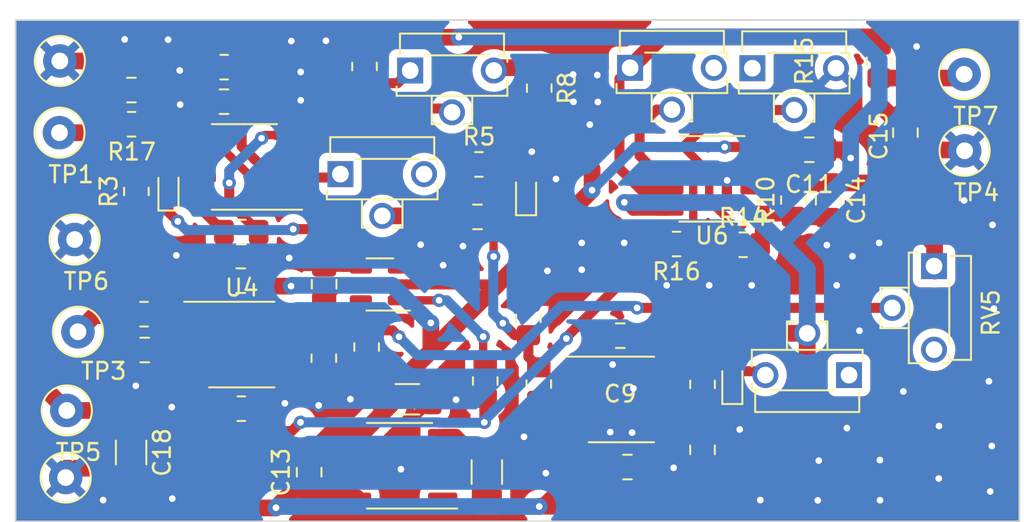
<source format=kicad_pcb>
(kicad_pcb (version 20221018) (generator pcbnew)
  (layers (0 "F.Cu" signal) (31 "B.Cu" signal) (34 "B.Paste" user) (35 "F.Paste" user) (36 "B.SilkS" user "B.Silkscreen") (37 "F.SilkS" user "F.Silkscreen") (38 "B.Mask" user) (39 "F.Mask" user) (44 "Edge.Cuts" user))
  (net 0 "")
  (net 1 "Net-(U2A--)")
  (net 2 "Net-(U2B-+)")
  (net 3 "VCC")
  (net 4 "Net-(D2-K)")
  (net 5 "Net-(C3-Pad2)")
  (net 6 "Net-(U1-CAP+)")
  (net 7 "Net-(U1-CAP-)")
  (net 8 "GND")
  (net 9 "VEE")
  (net 10 "Net-(D3-K)")
  (net 11 "Net-(U3-CV)")
  (net 12 "Net-(U6A--)")
  (net 13 "Net-(C14-Pad2)")
  (net 14 "OUT")
  (net 15 "IN_A")
  (net 16 "IN_B")
  (net 17 "Net-(D1-A)")
  (net 18 "Net-(D3-A)")
  (net 19 "Net-(U3-Q)")
  (net 20 "Net-(R7-Pad2)")
  (net 21 "Net-(R8-Pad1)")
  (net 22 "Net-(U5-NC)")
  (net 23 "U_B'")
  (net 24 "Net-(R11-Pad1)")
  (net 25 "Net-(U4B--)")
  (net 26 "Net-(U5-COM)")
  (net 27 "Net-(U6B-+)")
  (net 28 "Net-(R15-Pad2)")
  (net 29 "Net-(U6B--)")
  (net 32 "Net-(U2A-+)")
  (net 39 "PWM")
  (net 40 "Net-(R17-Pad2)")
  (net 41 "Net-(R18-Pad2)")
  (footprint "Diode_SMD:D_SOD-523" (layer "F.Cu") (at 140.134035 115.139303 90)
    (fp_text reference "D1" hide)
    (fp_text value "1N4148W")
  )
  (footprint "Resistor_SMD:R_0805_2012Metric_Pad1.20x1.40mm_HandSolder" (layer "F.Cu") (at 172.060803 126.80514 -90)
    (fp_text reference "R6" hide)
    (fp_text value "1k")
  )
  (footprint "Resistor_SMD:R_0805_2012Metric_Pad1.20x1.40mm_HandSolder" (layer "F.Cu") (at 143.463458 107.821195 180)
    (fp_text reference "R1" hide)
    (fp_text value "68k")
  )
  (footprint "Resistor_SMD:R_0805_2012Metric_Pad1.20x1.40mm_HandSolder" (layer "F.Cu") (at 138.217202 115.259796 90)
    (fp_text reference "R3")
    (fp_text value "10k")
  )
  (footprint "Resistor_SMD:R_0805_2012Metric_Pad1.20x1.40mm_HandSolder" (layer "F.Cu") (at 137.929467 111.236224 180)
    (fp_text reference "R17")
    (fp_text value "1k")
  )
  (footprint "Resistor_SMD:R_0805_2012Metric_Pad1.20x1.40mm_HandSolder" (layer "F.Cu") (at 149.423067 125.237403 -90)
    (fp_text reference "R11" hide)
    (fp_text value "2.2k")
  )
  (footprint "Capacitor_SMD:C_1206_3216Metric" (layer "F.Cu") (at 137.901486 130.878436 -90)
    (fp_text reference "C18")
    (fp_text value "100uF")
  )
  (footprint "Potentiometer_THT:Potentiometer_Runtron_RM-063_Horizontal" (layer "F.Cu") (at 175.038766 107.88501)
    (fp_text reference "RV4" hide)
    (fp_text value "10k")
  )
  (footprint "Diode_SMD:D_SOD-523" (layer "F.Cu") (at 173.841871 126.716969 90)
    (fp_text reference "D3" hide)
    (fp_text value "1N4148W" hide)
  )
  (footprint "Capacitor_SMD:C_1206_3216Metric" (layer "F.Cu") (at 159.167799 132.050928 90)
    (fp_text reference "C4" hide)
    (fp_text value "10uF")
  )
  (footprint "Resistor_SMD:R_0805_2012Metric_Pad1.20x1.40mm_HandSolder" (layer "F.Cu") (at 158.69633 113.640164)
    (fp_text reference "R5")
    (fp_text value "12k")
  )
  (footprint "Capacitor_SMD:C_0805_2012Metric_Pad1.18x1.45mm_HandSolder" (layer "F.Cu") (at 158.609422 116.781456 180)
    (fp_text reference "C3" hide)
    (fp_text value "330nF" hide)
  )
  (footprint "Potentiometer_THT:Potentiometer_Runtron_RM-063_Horizontal" (layer "F.Cu") (at 167.730755 107.860804)
    (fp_text reference "RV6" hide)
    (fp_text value "10k")
  )
  (footprint "Capacitor_SMD:C_1206_3216Metric" (layer "F.Cu") (at 154.416806 127.693249 180)
    (fp_text reference "C5" hide)
    (fp_text value "10uF")
  )
  (footprint "Capacitor_SMD:C_0805_2012Metric_Pad1.18x1.45mm_HandSolder" (layer "F.Cu") (at 167.574579 131.749256 180)
    (fp_text reference "C7" hide)
    (fp_text value "100pF")
  )
  (footprint "Capacitor_SMD:C_0805_2012Metric_Pad1.18x1.45mm_HandSolder" (layer "F.Cu") (at 137.919672 109.191229 180)
    (fp_text reference "C16" hide)
    (fp_text value "10n")
  )
  (footprint "Resistor_SMD:R_0805_2012Metric_Pad1.20x1.40mm_HandSolder" (layer "F.Cu") (at 162.29941 109.077618 -90)
    (fp_text reference "R8")
    (fp_text value "1k")
  )
  (footprint "Package_SO:SO-8_3.9x4.9mm_P1.27mm" (layer "F.Cu") (at 144.519411 124.42067)
    (fp_text reference "U4")
    (fp_text value "LM358")
  )
  (footprint "Capacitor_SMD:C_0805_2012Metric_Pad1.18x1.45mm_HandSolder" (layer "F.Cu") (at 184.190056 111.738512 90)
    (fp_text reference "C15")
    (fp_text value "100nF")
  )
  (footprint "Potentiometer_THT:Potentiometer_Runtron_RM-063_Horizontal" (layer "F.Cu") (at 150.413255 114.220721)
    (fp_text reference "RV1" hide)
    (fp_text value "10k")
  )
  (footprint "TestPoint:TestPoint_Loop_D1.80mm_Drill1.0mm_Beaded" (layer "F.Cu") (at 134.525658 118.135964)
    (fp_text reference "TP6")
    (fp_text value "TestPoint")
  )
  (footprint "Package_SO:SO-8_3.9x4.9mm_P1.27mm" (layer "F.Cu") (at 167.212645 127.703838)
    (fp_text reference "U3" hide)
    (fp_text value "NE555P")
  )
  (footprint "Capacitor_SMD:C_0805_2012Metric_Pad1.18x1.45mm_HandSolder" (layer "F.Cu") (at 172.060148 130.717038 -90)
    (fp_text reference "C6" hide)
    (fp_text value "100nF")
  )
  (footprint "Potentiometer_THT:Potentiometer_Runtron_RM-063_Horizontal" (layer "F.Cu") (at 154.583841 108.023393)
    (fp_text reference "RV3" hide)
    (fp_text value "1k")
  )
  (footprint "Resistor_SMD:R_0805_2012Metric_Pad1.20x1.40mm_HandSolder" (layer "F.Cu") (at 159.070362 126.603221 -90)
    (fp_text reference "R9" hide)
    (fp_text value "1k")
  )
  (footprint "Package_SO:SO-8_3.9x4.9mm_P1.27mm" (layer "F.Cu") (at 172.623809 114.504409 180)
    (fp_text reference "U6")
    (fp_text value "LM358")
  )
  (footprint "Resistor_SMD:R_0805_2012Metric_Pad1.20x1.40mm_HandSolder" (layer "F.Cu") (at 138.672675 122.602718 180)
    (fp_text reference "R18" hide)
    (fp_text value "1k")
  )
  (footprint "Capacitor_SMD:C_0805_2012Metric_Pad1.18x1.45mm_HandSolder" (layer "F.Cu") (at 179.573238 115.787758 -90)
    (fp_text reference "C14")
    (fp_text value "330nF")
  )
  (footprint "Resistor_SMD:R_0805_2012Metric_Pad1.20x1.40mm_HandSolder" (layer "F.Cu") (at 182.619411 107.472694 90)
    (fp_text reference "R15")
    (fp_text value "1k")
  )
  (footprint "Diode_SMD:D_SOD-523" (layer "F.Cu") (at 161.511496 115.42334 90)
    (fp_text reference "D2" hide)
    (fp_text value "2.7V")
  )
  (footprint "Package_TO_SOT_SMD:SOT-23-6" (layer "F.Cu") (at 152.773593 120.823659 180)
    (fp_text reference "U5" hide)
    (fp_text value "DG467")
  )
  (footprint "TestPoint:TestPoint_Loop_D1.80mm_Drill1.0mm_Beaded" (layer "F.Cu") (at 133.61737 111.742764)
    (fp_text reference "TP1")
    (fp_text value "TestPoint")
  )
  (footprint "Capacitor_SMD:C_0805_2012Metric_Pad1.18x1.45mm_HandSolder" (layer "F.Cu") (at 148.543491 132.059203 90)
    (fp_text reference "C13")
    (fp_text value "10n")
  )
  (footprint "TestPoint:TestPoint_Loop_D1.80mm_Drill1.0mm_Beaded" (layer "F.Cu") (at 133.990728 132.375725)
    (fp_text reference "TP8" hide)
    (fp_text value "TestPoint" hide)
  )
  (footprint "Resistor_SMD:R_0805_2012Metric_Pad1.20x1.40mm_HandSolder" (layer "F.Cu") (at 151.980701 124.568607 -90)
    (fp_text reference "R13" hide)
    (fp_text value "2.2k")
  )
  (footprint "Capacitor_SMD:C_0805_2012Metric_Pad1.18x1.45mm_HandSolder" (layer "F.Cu") (at 143.456004 109.887202 180)
    (fp_text reference "C1" hide)
    (fp_text value "10nF")
  )
  (footprint "Capacitor_SMD:C_0805_2012Metric_Pad1.18x1.45mm_HandSolder" (layer "F.Cu") (at 178.441688 112.763455 180)
    (fp_text reference "C11")
    (fp_text value "10n")
  )
  (footprint "Resistor_SMD:R_0805_2012Metric_Pad1.20x1.40mm_HandSolder" (layer "F.Cu") (at 174.488779 118.448655)
    (fp_text reference "R14")
    (fp_text value "1k")
  )
  (footprint "Resistor_SMD:R_0805_2012Metric_Pad1.20x1.40mm_HandSolder" (layer "F.Cu") (at 144.48923 128.256162 180)
    (fp_text reference "R12" hide)
    (fp_text value "2.2k")
  )
  (footprint "Package_SO:SO-8_3.9x4.9mm_P1.27mm" (layer "F.Cu") (at 153.952358 131.671563 180)
    (fp_text reference "U1" hide)
    (fp_text value "LMC7660")
  )
  (footprint "Resistor_SMD:R_0805_2012Metric_Pad1.20x1.40mm_HandSolder" (layer "F.Cu") (at 177.492386 115.773771 90)
    (fp_text reference "R10")
    (fp_text value "12k")
  )
  (footprint "TestPoint:TestPoint_Loop_D1.80mm_Drill1.0mm_Beaded" (layer "F.Cu") (at 134.057594 128.363748)
    (fp_text reference "TP5")
    (fp_text value "TestPoint")
  )
  (footprint "Resistor_SMD:R_0805_2012Metric_Pad1.20x1.40mm_HandSolder" (layer "F.Cu") (at 161.651466 122.856728 -90)
    (fp_text reference "R4" hide)
    (fp_text value "3k3")
  )
  (footprint "TestPoint:TestPoint_Loop_D1.80mm_Drill1.0mm_Beaded" (layer "F.Cu") (at 134.726257 123.652431)
    (fp_text reference "TP3")
    (fp_text value "TestPoint")
  )
  (footprint "Capacitor_SMD:C_0805_2012Metric_Pad1.18x1.45mm_HandSolder" (layer "F.Cu") (at 138.716328 124.745277)
    (fp_text reference "C17" hide)
    (fp_text value "10n")
  )
  (footprint "TestPoint:TestPoint_Loop_D1.80mm_Drill1.0mm_Beaded" (layer "F.Cu") (at 133.641935 107.450872)
    (fp_text reference "TP2" hide)
    (fp_text value "TestPoint")
  )
  (footprint "Potentiometer_THT:Potentiometer_Runtron_RM-063_Horizontal" (layer "F.Cu") (at 185.900661 119.725792 -90)
    (fp_text reference "RV5")
    (fp_text value "10k")
  )
  (footprint "Resistor_SMD:R_0805_2012Metric_Pad1.20x1.40mm_HandSolder" (layer "F.Cu") (at 170.505607 118.403962 180)
    (fp_text reference "R16")
    (fp_text value "1.5k")
  )
  (footprint "Potentiometer_THT:Potentiometer_Runtron_RM-063_Horizontal" (layer "F.Cu") (at 180.818753 126.24622 180)
    (fp_text reference "RV2" hide)
    (fp_text value "10k")
  )
  (footprint "TestPoint:TestPoint_Loop_D1.80mm_Drill1.0mm_Beaded" (layer "F.Cu") (at 187.699411 108.248103)
    (fp_text reference "TP7")
    (fp_text value "TestPoint")
  )
  (footprint "Capacitor_SMD:C_0805_2012Metric_Pad1.18x1.45mm_HandSolder" (layer "F.Cu") (at 144.490107 117.686003)
    (fp_text reference "C10" hide)
    (fp_text value "10n")
  )
  (footprint "Package_SO:SO-8_3.9x4.9mm_P1.27mm" (layer "F.Cu") (at 144.67492 113.79049 180)
    (fp_text reference "U2" hide)
    (fp_text value "LM358")
  )
  (footprint "Resistor_SMD:R_0805_2012Metric_Pad1.20x1.40mm_HandSolder" (layer "F.Cu") (at 162.272305 126.781717 90)
    (fp_text reference "R2" hide)
    (fp_text value "1k")
  )
  (footprint "Capacitor_SMD:C_0805_2012Metric_Pad1.18x1.45mm_HandSolder" (layer "F.Cu") (at 167.143566 123.888251 180)
    (fp_text reference "C9")
    (fp_text value "10n")
  )
  (footprint "Capacitor_SMD:C_0805_2012Metric_Pad1.18x1.45mm_HandSolder" (layer "F.Cu") (at 144.45931 120.596095)
    (fp_text reference "C12" hide)
    (fp_text value "10n")
  )
  (footprint "TestPoint:TestPoint_Loop_D1.80mm_Drill1.0mm_Beaded" (layer "F.Cu") (at 187.729129 112.824728)
    (fp_text reference "TP4")
    (fp_text value "TestPoint")
  )
  (footprint "Capacitor_SMD:C_0805_2012Metric_Pad1.18x1.45mm_HandSolder" (layer "F.Cu") (at 149.440701 120.806025 90)
    (fp_text reference "C8" hide)
    (fp_text value "10n")
  )
  (footprint "Resistor_SMD:R_0805_2012Metric_Pad1.20x1.40mm_HandSolder" (layer "F.Cu") (at 151.854333 107.779557 -90)
    (fp_text reference "R7" hide)
    (fp_text value "1k")
  )
  (gr_line (start 131 105) (end 131 135) (stroke (width 0.1)) (layer "Edge.Cuts"))
  (gr_line (start 191 105) (end 131 105) (stroke (width 0.1)) (layer "Edge.Cuts"))
  (gr_line (start 191 135) (end 191 105) (stroke (width 0.1)) (layer "Edge.Cuts"))
  (gr_line (start 131 135) (end 191 135) (stroke (width 0.1)) (layer "Edge.Cuts"))
  (segment (start 147.24992 114.42549) (end 146.37492 114.42549) (width 0.5) (layer "F.Cu") (net 1))
  (segment (start 150.208486 114.42549) (end 150.413255 114.220721) (width 0.5) (layer "F.Cu") (net 1))
  (segment (start 144.463458 107.821195) (end 144.463458 109.857156) (width 1) (layer "F.Cu") (net 1))
  (segment (start 144.509055 109.902753) (end 144.493504 109.887202) (width 0.5) (layer "F.Cu") (net 1))
  (segment (start 144.463458 109.857156) (end 144.493504 109.887202) (width 1) (layer "F.Cu") (net 1))
  (segment (start 147.24992 114.42549) (end 150.208486 114.42549) (width 0.6) (layer "F.Cu") (net 1))
  (segment (start 144.509055 112.559625) (end 144.509055 109.902753) (width 0.6) (layer "F.Cu") (net 1))
  (segment (start 146.37492 114.42549) (end 144.509055 112.559625) (width 0.6) (layer "F.Cu") (net 1))
  (segment (start 142.09992 111.88549) (end 142.557604 111.88549) (width 0.5) (layer "F.Cu") (net 2))
  (segment (start 146.367604 115.69549) (end 147.24992 115.69549) (width 0.5) (layer "F.Cu") (net 2))
  (segment (start 142.418504 109.887202) (end 142.418504 111.566906) (width 0.6) (layer "F.Cu") (net 2))
  (segment (start 142.463458 107.821195) (end 142.463458 109.842248) (width 1) (layer "F.Cu") (net 2))
  (segment (start 142.463458 109.842248) (end 142.418504 109.887202) (width 1) (layer "F.Cu") (net 2))
  (segment (start 142.557604 111.88549) (end 146.367604 115.69549) (width 0.5) (layer "F.Cu") (net 2))
  (segment (start 142.418504 111.566906) (end 142.09992 111.88549) (width 0.5) (layer "F.Cu") (net 2))
  (segment (start 179.479188 112.763455) (end 180.423438 112.763455) (width 1) (layer "F.Cu") (net 3))
  (segment (start 148.768556 122.51567) (end 149.440701 121.843525) (width 0.6) (layer "F.Cu") (net 3))
  (segment (start 164.517652 129.608838) (end 164.637645 129.608838) (width 0.6) (layer "F.Cu") (net 3))
  (segment (start 172.752228 134.094904) (end 178.318753 128.528379) (width 1) (layer "F.Cu") (net 3))
  (segment (start 143.696563 134.196563) (end 138.903436 129.403436) (width 1) (layer "F.Cu") (net 3))
  (segment (start 162.314962 134.094904) (end 172.752228 134.094904) (width 1) (layer "F.Cu") (net 3))
  (segment (start 162.299411 134.110455) (end 162.314962 134.094904) (width 1) (layer "F.Cu") (net 3))
  (segment (start 143.452607 120.565298) (end 143.42181 120.596095) (width 0.5) (layer "F.Cu") (net 3))
  (segment (start 147.650247 133.094583) (end 149.33555 133.094583) (width 1) (layer "F.Cu") (net 3))
  (segment (start 164.302903 132.106963) (end 164.302903 129.823587) (width 0.6) (layer "F.Cu") (net 3))
  (segment (start 147.094411 122.51567) (end 148.768556 122.51567) (width 0.6) (layer "F.Cu") (net 3))
  (segment (start 170.048809 116.409409) (end 167.886177 116.409409) (width 0.6) (layer "F.Cu") (net 3))
  (segment (start 152.60337 106.03052) (end 151.854333 106.779557) (width 1) (layer "F.Cu") (net 3))
  (segment (start 164.302903 129.823587) (end 164.517652 129.608838) (width 0.6) (layer "F.Cu") (net 3))
  (segment (start 178.318753 123.74622) (end 171.840263 123.74622) (width 1) (layer "F.Cu") (net 3))
  (segment (start 149.33555 133.094583) (end 149.81753 133.576563) (width 1) (layer "F.Cu") (net 3))
  (segment (start 134.057594 128.363748) (end 136.861798 128.363748) (width 1) (layer "F.Cu") (net 3))
  (segment (start 178.318753 128.528379) (end 178.318753 123.74622) (width 1) (layer "F.Cu") (net 3))
  (segment (start 143.432118 120.544809) (end 143.452607 120.565298) (width 1) (layer "F.Cu") (net 3))
  (segment (start 142.09992 116.333316) (end 143.452607 117.686003) (width 0.6) (layer "F.Cu") (net 3))
  (segment (start 143.42181 120.596095) (end 145.341385 122.51567) (width 0.6) (layer "F.Cu") (net 3))
  (segment (start 168.181066 123.888251) (end 168.181066 124.192259) (width 1) (layer "F.Cu") (net 3))
  (segment (start 142.09992 115.69549) (end 142.09992 116.333316) (width 0.6) (layer "F.Cu") (net 3))
  (segment (start 132.252205 122.415405) (end 132.252205 126.558359) (width 1) (layer "F.Cu") (net 3))
  (segment (start 132.252205 126.558359) (end 134.057594 128.363748) (width 1) (layer "F.Cu") (net 3))
  (segment (start 146.548267 134.196563) (end 146.56178 134.18305) (width 1) (layer "F.Cu") (net 3))
  (segment (start 168.181066 124.192259) (end 169.787645 125.798838) (width 1) (layer "F.Cu") (net 3))
  (segment (start 145.341385 122.51567) (end 147.094411 122.51567) (width 0.6) (layer "F.Cu") (net 3))
  (segment (start 162.299411 134.110455) (end 164.302903 132.106963) (width 0.6) (layer "F.Cu") (net 3))
  (segment (start 138.903436 129.403436) (end 137.901486 129.403436) (width 1) (layer "F.Cu") (net 3))
  (segment (start 180.423438 112.763455) (end 180.916546 113.256563) (width 1) (layer "F.Cu") (net 3))
  (segment (start 143.452607 117.686003) (end 143.452607 120.565298) (width 1) (layer "F.Cu") (net 3))
  (segment (start 133.886257 120.781353) (end 132.252205 122.415405) (width 1) (layer "F.Cu") (net 3))
  (segment (start 143.452607 120.565298) (end 143.236552 120.781353) (width 1) (layer "F.Cu") (net 3))
  (segment (start 157.48896 106.03052) (end 152.60337 106.03052) (width 1) (layer "F.Cu") (net 3))
  (segment (start 149.81753 133.576563) (end 151.377358 133.576563) (width 1) (layer "F.Cu") (net 3))
  (segment (start 146.56178 134.18305) (end 147.650247 133.094583) (width 1) (layer "F.Cu") (net 3))
  (segment (start 167.886177 116.409409) (end 167.386739 115.909971) (width 0.6) (layer "F.Cu") (net 3))
  (segment (start 151.636093 120.823659) (end 150.460567 120.823659) (width 0.5) (layer "F.Cu") (net 3))
  (segment (start 143.696563 134.196563) (end 146.548267 134.196563) (width 1) (layer "F.Cu") (net 3))
  (segment (start 150.460567 120.823659) (end 149.440701 121.843525) (width 0.5) (layer "F.Cu") (net 3))
  (segment (start 143.236552 120.781353) (end 133.886257 120.781353) (width 1) (layer "F.Cu") (net 3))
  (segment (start 136.861798 128.363748) (end 137.901486 129.403436) (width 1) (layer "F.Cu") (net 3))
  (segment (start 171.840263 123.74622) (end 169.787645 125.798838) (width 1) (layer "F.Cu") (net 3))
  (via (at 146.56178 134.18305) (size 0.8) (drill 0.4) (layers "F.Cu" "B.Cu") (net 3))
  (via (at 167.386739 115.909971) (size 0.8) (drill 0.4) (layers "F.Cu" "B.Cu") (net 3))
  (via (at 180.916546 113.256563) (size 0.8) (drill 0.4) (layers "F.Cu" "B.Cu") (net 3))
  (via (at 157.48896 106.03052) (size 0.8) (drill 0.4) (layers "F.Cu" "B.Cu") (net 3))
  (via (at 162.299411 134.110455) (size 0.8) (drill 0.4) (layers "F.Cu" "B.Cu") (net 3))
  (segment (start 181.263839 106.014805) (end 182.619411 107.370377) (width 1) (layer "B.Cu") (net 3))
  (segment (start 182.619411 107.370377) (end 182.619411 109.980851) (width 1) (layer "B.Cu") (net 3))
  (segment (start 180.916546 113.256563) (end 180.916546 114.181845) (width 1) (layer "B.Cu") (net 3))
  (segment (start 180.916546 111.683716) (end 180.916546 113.256563) (width 1) (layer "B.Cu") (net 3))
  (segment (start 146.634375 134.110455) (end 162.299411 134.110455) (width 1) (layer "B.Cu") (net 3))
  (segment (start 174.348496 115.923231) (end 176.761828 118.336563) (width 1) (layer "B.Cu") (net 3))
  (segment (start 180.916546 114.181845) (end 176.761828 118.336563) (width 1) (layer "B.Cu") (net 3))
  (segment (start 167.399999 115.923231) (end 174.348496 115.923231) (width 1) (layer "B.Cu") (net 3))
  (segment (start 182.619411 109.980851) (end 180.916546 111.683716) (width 1) (layer "B.Cu") (net 3))
  (segment (start 157.504675 106.014805) (end 157.48896 106.03052) (width 1) (layer "B.Cu") (net 3))
  (segment (start 178.318753 119.893488) (end 176.761828 118.336563) (width 1) (layer "B.Cu") (net 3))
  (segment (start 178.318753 119.893488) (end 178.318753 123.74622) (width 1) (layer "B.Cu") (net 3))
  (segment (start 181.263839 106.014805) (end 157.504675 106.014805) (width 1) (layer "B.Cu") (net 3))
  (segment (start 167.386739 115.909971) (end 167.399999 115.923231) (width 1) (layer "B.Cu") (net 3))
  (segment (start 146.56178 134.18305) (end 146.634375 134.110455) (width 1) (layer "B.Cu") (net 3))
  (segment (start 161.651466 123.856728) (end 161.651466 125.160878) (width 0.6) (layer "F.Cu") (net 4))
  (segment (start 162.299411 125.754611) (end 162.272305 125.781717) (width 0.5) (layer "F.Cu") (net 4))
  (segment (start 162.272959 125.781063) (end 162.272305 125.781717) (width 0.5) (layer "F.Cu") (net 4))
  (segment (start 161.651466 125.160878) (end 162.272305 125.781717) (width 0.6) (layer "F.Cu") (net 4))
  (segment (start 159.570656 119.152965) (end 159.570656 116.784086) (width 0.5) (layer "F.Cu") (net 4))
  (segment (start 160.119268 123.13962) (end 160.836376 123.856728) (width 0.6) (layer "F.Cu") (net 4))
  (segment (start 162.261525 125.770937) (end 162.272305 125.781717) (width 1) (layer "F.Cu") (net 4))
  (segment (start 160.85075 116.784086) (end 161.511496 116.12334) (width 0.6) (layer "F.Cu") (net 4))
  (segment (start 160.836376 123.856728) (end 161.651466 123.856728) (width 0.6) (layer "F.Cu") (net 4))
  (segment (start 159.570656 116.784086) (end 160.85075 116.784086) (width 0.6) (layer "F.Cu") (net 4))
  (via (at 160.119268 123.13962) (size 0.8) (drill 0.4) (layers "F.Cu" "B.Cu") (net 4))
  (via (at 159.570656 119.152965) (size 0.8) (drill 0.4) (layers "F.Cu" "B.Cu") (net 4))
  (segment (start 159.570656 119.152965) (end 159.548453 119.175168) (width 0.5) (layer "B.Cu") (net 4))
  (segment (start 159.548453 122.568806) (end 160.400107 123.42046) (width 0.6) (layer "B.Cu") (net 4))
  (segment (start 160.400107 123.42046) (end 160.400107 123.420459) (width 0.5) (layer "B.Cu") (net 4))
  (segment (start 159.548453 119.175168) (end 159.548453 122.568806) (width 0.6) (layer "B.Cu") (net 4))
  (segment (start 160.400107 123.420459) (end 160.119268 123.13962) (width 0.5) (layer "B.Cu") (net 4))
  (segment (start 152.913255 116.720721) (end 157.432291 116.720721) (width 1) (layer "F.Cu") (net 5))
  (segment (start 157.69633 116.657048) (end 157.571922 116.781456) (width 0.5) (layer "F.Cu") (net 5))
  (segment (start 157.69633 113.640164) (end 157.69633 116.583412) (width 1) (layer "F.Cu") (net 5))
  (segment (start 157.69633 116.583412) (end 157.495656 116.784086) (width 1) (layer "F.Cu") (net 5))
  (segment (start 157.432291 116.720721) (end 157.495656 116.784086) (width 1) (layer "F.Cu") (net 5))
  (segment (start 156.527358 132.306563) (end 157.948434 132.306563) (width 0.6) (layer "F.Cu") (net 6))
  (segment (start 157.948434 132.306563) (end 159.167799 133.525928) (width 0.6) (layer "F.Cu") (net 6))
  (segment (start 156.527358 129.766563) (end 157.351766 129.766563) (width 0.6) (layer "F.Cu") (net 7))
  (segment (start 157.351766 129.766563) (end 158.161131 130.575928) (width 0.6) (layer "F.Cu") (net 7))
  (segment (start 158.161131 130.575928) (end 159.167799 130.575928) (width 0.6) (layer "F.Cu") (net 7))
  (segment (start 166.544855 131.74148) (end 166.537079 131.749256) (width 1) (layer "F.Cu") (net 8))
  (segment (start 133.911798 131.818506) (end 137.366556 131.818506) (width 1) (layer "F.Cu") (net 8))
  (segment (start 187.680413 112.776012) (end 187.729129 112.824728) (width 1) (layer "F.Cu") (net 8))
  (segment (start 164.637645 125.356672) (end 166.106066 123.888251) (width 0.6) (layer "F.Cu") (net 8))
  (segment (start 174.255245 113.869409) (end 175.198809 113.869409) (width 0.5) (layer "F.Cu") (net 8))
  (segment (start 133.641935 107.450872) (end 135.141815 107.450872) (width 1) (layer "F.Cu") (net 8))
  (segment (start 166.684813 125.614442) (end 166.684813 124.466998) (width 1) (layer "F.Cu") (net 8))
  (segment (start 155.891806 127.693249) (end 154.903216 128.681839) (width 0.6) (layer "F.Cu") (net 8))
  (segment (start 155.824485 131.036563) (end 156.527358 131.036563) (width 0.5) (layer "F.Cu") (net 8))
  (segment (start 161.511496 114.72334) (end 161.511496 114.667416) (width 0.5) (layer "F.Cu") (net 8))
  (segment (start 155.921524 127.722967) (end 155.891806 127.693249) (width 1) (layer "F.Cu") (net 8))
  (segment (start 184.190056 112.776012) (end 187.680413 112.776012) (width 1) (layer "F.Cu") (net 8))
  (segment (start 166.684813 124.466998) (end 166.106066 123.888251) (width 1) (layer "F.Cu") (net 8))
  (segment (start 154.903216 128.681839) (end 154.903216 130.115294) (width 0.6) (layer "F.Cu") (net 8))
  (segment (start 160.42832 113.640164) (end 161.511496 114.72334) (width 0.6) (layer "F.Cu") (net 8))
  (segment (start 149.440701 119.768525) (end 151.530959 119.768525) (width 0.6) (layer "F.Cu") (net 8))
  (segment (start 159.69633 113.640164) (end 160.42832 113.640164) (width 0.5) (layer "F.Cu") (net 8))
  (segment (start 157.325261 127.722967) (end 155.921524 127.722967) (width 1) (layer "F.Cu") (net 8))
  (segment (start 147.094411 127.93674) (end 147.094411 126.32567) (width 0.6) (layer "F.Cu") (net 8))
  (segment (start 173.530698 114.593956) (end 174.255245 113.869409) (width 0.5) (layer "F.Cu") (net 8))
  (segment (start 137.366556 131.818506) (end 137.901486 132.353436) (width 1) (layer "F.Cu") (net 8))
  (segment (start 166.544855 129.657688) (end 166.544855 131.74148) (width 1) (layer "F.Cu") (net 8))
  (segment (start 164.637645 125.798838) (end 164.637645 125.356672) (width 0.6) (layer "F.Cu") (net 8))
  (segment (start 151.530959 119.768525) (end 151.636093 119.873659) (width 0.5) (layer "F.Cu") (net 8))
  (segment (start 166.397121 131.889214) (end 166.537079 131.749256) (width 0.6) (layer "F.Cu") (net 8))
  (segment (start 148.914623 119.242447) (end 149.440701 119.768525) (width 0.6) (layer "F.Cu") (net 8))
  (segment (start 147.353316 119.242447) (end 148.914623 119.242447) (width 0.6) (layer "F.Cu") (net 8))
  (segment (start 135.141815 107.450872) (end 136.882172 109.191229) (width 1) (layer "F.Cu") (net 8))
  (segment (start 154.903216 130.115294) (end 155.824485 131.036563) (width 0.6) (layer "F.Cu") (net 8))
  (via (at 181.443788 123.592252) (size 0.8) (drill 0.4) (layers "F.Cu" "B.Cu") (net 8))
  (via (at 137.516288 106.160134) (size 0.8) (drill 0.4) (layers "F.Cu" "B.Cu") (net 8))
  (via (at 147.094411 127.93674) (size 0.8) (drill 0.4) (layers "F.Cu" "B.Cu") (net 8))
  (via (at 140.330961 128.163149) (size 0.8) (drill 0.4) (layers "F.Cu" "B.Cu") (net 8))
  (via (at 167.851134 129.68879) (size 0.8) (drill 0.4) (layers "F.Cu" "B.Cu") (net 8))
  (via (at 147.479286 106.2586) (size 0.8) (drill 0.4) (layers "F.Cu" "B.Cu") (net 8))
  (via (at 157.325261 127.722967) (size 0.8) (drill 0.4) (layers "F.Cu" "B.Cu") (net 8))
  (via (at 189.394464 117.258352) (size 0.8) (drill 0.4) (layers "F.Cu" "B.Cu") (net 8))
  (via (at 147.353316 119.242447) (size 0.8) (drill 0.4) (layers "F.Cu" "B.Cu") (net 8))
  (via (at 189.352901 130.492279) (size 0.8) (drill 0.4) (layers "F.Cu" "B.Cu") (net 8))
  (via (at 172.459411 120.876563) (size 0.8) (drill 0.4) (layers "F.Cu" "B.Cu") (net 8))
  (via (at 174.284043 129.502202) (size 0.8) (drill 0.4) (layers "F.Cu" "B.Cu") (net 8))
  (via (at 161.853628 112.88076) (size 0.8) (drill 0.4) (layers "F.Cu" "B.Cu") (net 8))
  (via (at 184.065579 127.22658) (size 0.8) (drill 0.4) (layers "F.Cu" "B.Cu") (net 8))
  (via (at 167.928889 127.045129) (size 0.8) (drill 0.4) (layers "F.Cu" "B.Cu") (net 8))
  (via (at 180.079411 120.876563) (size 0.8) (drill 0.4) (layers "F.Cu" "B.Cu") (net 8))
  (via (at 189.181841 126.620093) (size 0.8) (drill 0.4) (layers "F.Cu" "B.Cu") (net 8))
  (via (at 165.768807 108.294779) (size 0.8) (drill 0.4) (layers "F.Cu" "B.Cu") (net 8))
  (via (at 186.196059 129.294856) (size 0.8) (drill 0.4) (layers "F.Cu" "B.Cu") (net 8))
  (via (at 157.737775 118.533553) (size 0.8) (drill 0.4) (layers "F.Cu" "B.Cu") (net 8))
  (via (at 154.031501 131.881509) (size 0.8) (drill 0.4) (layers "F.Cu" "B.Cu") (net 8))
  (via (at 179.492253 118.466535) (size 0.8) (drill 0.4) (layers "F.Cu" "B.Cu") (net 8))
  (via (at 136.230754 133.726876) (size 0.8) (drill 0.4) (layers "F.Cu" "B.Cu") (net 8))
  (via (at 140.834487 110.062783) (size 0.8) (drill 0.4) (layers "F.Cu" "B.Cu") (net 8))
  (via (at 162.693403 132.114762) (size 0.8) (drill 0.4) (layers "F.Cu" "B.Cu") (net 8))
  (via (at 165.32207 111.257349) (size 0.8) (drill 0.4) (layers "F.Cu" "B.Cu") (net 8))
  (via (at 138.182364 126.887039) (size 0.8) (drill 0.4) (layers "F.Cu" "B.Cu") (net 8))
  (via (at 149.112136 128.061148) (size 0.8) (drill 0.4) (layers "F.Cu" "B.Cu") (net 8))
  (via (at 164.839411 119.943506) (size 0.8) (drill 0.4) (layers "F.Cu" "B.Cu") (net 8))
  (via (at 173.530698 114.593956) (size 0.8) (drill 0.4) (layers "F.Cu" "B.Cu") (net 8))
  (via (at 178.949316 133.742428) (size 0.8) (drill 0.4) (layers "F.Cu" "B.Cu") (net 8))
  (via (at 175.512557 133.726877) (size 0.8) (drill 0.4) (layers "F.Cu" "B.Cu") (net 8))
  (via (at 155.210404 118.443023) (size 0.8) (drill 0.4) (layers "F.Cu" "B.Cu") (net 8))
  (via (at 165.804076 109.905383) (size 0.8) (drill 0.4) (layers "F.Cu" "B.Cu") (net 8))
  (via (at 189.259596 133.213695) (size 0.8) (drill 0.4) (layers "F.Cu" "B.Cu") (net 8))
  (via (at 156.555903 119.673956) (size 0.8) (drill 0.4) (layers "F.Cu" "B.Cu") (net 8))
  (via (at 140.603152 119.085588) (size 0.8) (drill 0.4) (layers "F.Cu" "B.Cu") (net 8))
  (via (at 181.020563 119.13664) (size 0.8) (drill 0.4) (layers "F.Cu" "B.Cu") (net 8))
  (via (at 164.322791 108.25951) (size 0.8) (drill 0.4) (layers "F.Cu" "B.Cu") (net 8))
  (via (at 164.346303 109.893626) (size 0.8) (drill 0.4) (layers "F.Cu" "B.Cu") (net 8))
  (via (at 189.477379 122.268407) (size 0.8) (drill 0.4) (layers "F.Cu" "B.Cu") (net 8))
  (via (at 182.619411 118.336563) (size 0.8) (drill 0.4) (layers "F.Cu" "B.Cu") (net 8))
  (via (at 186.180508 132.436148) (size 0.8) (drill 0.4) (layers "F.Cu" "B.Cu") (net 8))
  (via (at 166.684813 125.614442) (size 0.8) (drill 0.4) (layers "F.Cu" "B.Cu") (net 8))
  (via (at 182.671005 133.734617) (size 0.8) (drill 0.4) (layers "F.Cu" "B.Cu") (net 8))
  (via (at 140.113297 106.175685) (size 0.8) (drill 0.4) (layers "F.Cu" "B.Cu") (net 8))
  (via (at 162.790806 120.007301) (size 0.8) (drill 0.4) (layers "F.Cu" "B.Cu") (net 8))
  (via (at 174.999411 120.876563) (size 0.8) (drill 0.4) (layers "F.Cu" "B.Cu") (net 8))
  (via (at 149.547562 106.24305) (size 0.8) (drill 0.4) (layers "F.Cu" "B.Cu") (net 8))
  (via (at 187.699411 115.796563) (size 0.8) (drill 0.4) (layers "F.Cu" "B.Cu") (net 8))
  (via (at 179.01152 131.363132) (size 0.8) (drill 0.4) (layers "F.Cu" "B.Cu") (net 8))
  (via (at 163.299867 114.513609) (size 0.8) (drill 0.4) (layers "F.Cu" "B.Cu") (net 8))
  (via (at 161.387123 129.937629) (size 0.8) (drill 0.4) (layers "F.Cu" "B.Cu") (net 8))
  (via (at 166.544855 129.657688) (size 0.8) (drill 0.4) (layers "F.Cu" "B.Cu") (net 8))
  (via (at 140.362111 133.638765) (size 0.8) (drill 0.4) (layers "F.Cu" "B.Cu") (net 8))
  (via (at 180.691023 129.419264) (size 0.8) (drill 0.4) (layers "F.Cu" "B.Cu") (net 8))
  (via (at 167.379411 118.336563) (size 0.8) (drill 0.4) (layers "F.Cu" "B.Cu") (net 8))
  (via (at 140.807929 108.021088) (size 0.8) (drill 0.4) (layers "F.Cu" "B.Cu") (net 8))
  (via (at 148.03912 109.804217) (size 0.8) (drill 0.4) (layers "F.Cu" "B.Cu") (net 8))
  (via (at 184.856166 106.58524) (size 0.8) (drill 0.4) (layers "F.Cu" "B.Cu") (net 8))
  (via (at 182.665993 131.332031) (size 0.8) (drill 0.4) (layers "F.Cu" "B.Cu") (net 8))
  (via (at 169.919411 120.876563) (size 0.8) (drill 0.4) (layers "F.Cu" "B.Cu") (net 8))
  (via (at 164.839411 118.336563) (size 0.8) (drill 0.4) (layers "F.Cu" "B.Cu") (net 8))
  (via (at 148.03912 108.109163) (size 0.8) (drill 0.4) (layers "F.Cu" "B.Cu") (net 8))
  (via (at 170.334102 131.793375) (size 0.8) (drill 0.4) (layers "F.Cu" "B.Cu") (net 8))
  (via (at 151.009352 127.687925) (size 0.8) (drill 0.4) (layers "F.Cu" "B.Cu") (net 8))
  (segment (start 173.38267 112.599409) (end 175.198809 112.599409) (width 0.6) (layer "F.Cu") (net 9))
  (segment (start 143.76704 114.746873) (end 143.76704 115.925436) (width 0.6) (layer "F.Cu") (net 9))
  (segment (start 159.687292 120.897748) (end 159.712759 120.923215) (width 0.5) (layer "F.Cu") (net 9))
  (segment (start 159.712759 120.923215) (end 157.219411 123.416563) (width 1) (layer "F.Cu") (net 9))
  (segment (start 155.819765 124.816209) (end 154.679411 125.956563) (width 1) (layer "F.Cu") (net 9))
  (segment (start 147.463735 120.923215) (end 145.82393 120.923215) (width 1) (layer "F.Cu") (net 9))
  (segment (start 159.613203 120.823659) (end 159.687292 120.897748) (width 0.6) (layer "F.Cu") (net 9))
  (segment (start 149.33555 131.019583) (end 143.16353 131.019583) (width 1) (layer "F.Cu") (net 9))
  (segment (start 148.543491 131.021703) (end 149.798631 129.766563) (width 1) (layer "F.Cu") (net 9))
  (segment (start 155.819765 123.122657) (end 155.819765 124.816209) (width 1) (layer "F.Cu") (net 9))
  (segment (start 165.456613 115.179361) (end 159.759411 120.876563) (width 1) (layer "F.Cu") (net 9))
  (segment (start 141.944411 129.800464) (end 141.944411 126.32567) (width 1) (layer "F.Cu") (net 9))
  (segment (start 145.49681 117.7168) (end 145.527607 117.686003) (width 0.5) (layer "F.Cu") (net 9))
  (segment (start 177.240142 112.599409) (end 177.404188 112.763455) (width 0.5) (layer "F.Cu") (net 9))
  (segment (start 151.683748 129.766563) (end 151.377358 129.766563) (width 1) (layer "F.Cu") (net 9))
  (segment (start 175.198809 112.599409) (end 177.240142 112.599409) (width 0.6) (layer "F.Cu") (net 9))
  (segment (start 145.890486 111.88549) (end 147.24992 111.88549) (width 0.5) (layer "F.Cu") (net 9))
  (segment (start 153.392719 127.243255) (end 153.392719 128.057592) (width 1) (layer "F.Cu") (net 9))
  (segment (start 143.16353 131.019583) (end 141.944411 129.800464) (width 1) (layer "F.Cu") (net 9))
  (segment (start 153.392719 128.057592) (end 151.683748 129.766563) (width 1) (layer "F.Cu") (net 9))
  (segment (start 143.76704 115.925436) (end 145.527607 117.686003) (width 0.6) (layer "F.Cu") (net 9))
  (segment (start 162.29941 110.077618) (end 162.29941 110.762897) (width 1) (layer "F.Cu") (net 9))
  (segment (start 153.911093 120.823659) (end 159.613203 120.823659) (width 0.6) (layer "F.Cu") (net 9))
  (segment (start 157.219411 123.416563) (end 154.679411 125.956563) (width 1) (layer "F.Cu") (net 9))
  (segment (start 145.82393 120.923215) (end 145.49681 120.596095) (width 1) (layer "F.Cu") (net 9))
  (segment (start 162.29941 110.762897) (end 165.456613 113.9201) (width 1) (layer "F.Cu") (net 9))
  (segment (start 145.49681 120.596095) (end 145.49681 117.7168) (width 1) (layer "F.Cu") (net 9))
  (segment (start 149.798631 129.766563) (end 151.377358 129.766563) (width 1) (layer "F.Cu") (net 9))
  (segment (start 154.679411 125.956563) (end 153.392719 127.243255) (width 1) (layer "F.Cu") (net 9))
  (segment (start 145.49681 120.596095) (end 145.49681 120.918069) (width 0.5) (layer "F.Cu") (net 9))
  (segment (start 165.456613 113.9201) (end 165.456613 115.179361) (width 1) (layer "F.Cu") (net 9))
  (segment (start 145.700432 112.075544) (end 145.890486 111.88549) (width 0.5) (layer "F.Cu") (net 9))
  (via (at 165.456613 115.179361) (size 0.8) (drill 0.4) (layers "F.Cu" "B.Cu") (net 9))
  (via (at 143.76704 114.746873) (size 0.8) (drill 0.4) (layers "F.Cu" "B.Cu") (net 9))
  (via (at 145.700432 112.075544) (size 0.8) (drill 0.4) (layers "F.Cu" "B.Cu") (net 9))
  (via (at 155.819765 123.122657) (size 0.8) (drill 0.4) (layers "F.Cu" "B.Cu") (net 9))
  (via (at 173.38267 112.599409) (size 0.8) (drill 0.4) (layers "F.Cu" "B.Cu") (net 9))
  (via (at 147.463735 120.923215) (size 0.8) (drill 0.4) (layers "F.Cu" "B.Cu") (net 9))
  (segment (start 168.042907 112.593067) (end 165.456613 115.179361) (width 0.6) (layer "B.Cu") (net 9))
  (segment (start 147.510387 120.876563) (end 147.463735 120.923215) (width 1) (layer "B.Cu") (net 9))
  (segment (start 173.38267 112.599409) (end 171.98654 112.599409) (width 0.6) (layer "B.Cu") (net 9))
  (segment (start 155.760984 123.122657) (end 153.51489 120.876563) (width 1) (layer "B.Cu") (net 9))
  (segment (start 143.76704 114.008936) (end 143.76704 114.746873) (width 0.6) (layer "B.Cu") (net 9))
  (segment (start 171.980198 112.593067) (end 168.042907 112.593067) (width 0.6) (layer "B.Cu") (net 9))
  (segment (start 145.700432 112.075544) (end 143.76704 114.008936) (width 0.6) (layer "B.Cu") (net 9))
  (segment (start 171.98654 112.599409) (end 171.980198 112.593067) (width 0.5) (layer "B.Cu") (net 9))
  (segment (start 155.819765 123.122657) (end 155.760984 123.122657) (width 1) (layer "B.Cu") (net 9))
  (segment (start 153.51489 120.876563) (end 147.510387 120.876563) (width 1) (layer "B.Cu") (net 9))
  (segment (start 165.409959 115.179361) (end 165.456613 115.179361) (width 1) (layer "B.Cu") (net 9))
  (segment (start 173.4537 127.80514) (end 173.841871 127.416969) (width 0.6) (layer "F.Cu") (net 10))
  (segment (start 169.787645 128.338838) (end 166.996173 128.338838) (width 0.6) (layer "F.Cu") (net 10))
  (segment (start 165.091173 127.068838) (end 164.637645 127.068838) (width 0.5) (layer "F.Cu") (net 10))
  (segment (start 171.527105 128.338838) (end 169.787645 128.338838) (width 0.6) (layer "F.Cu") (net 10))
  (segment (start 172.060803 127.80514) (end 171.527105 128.338838) (width 0.5) (layer "F.Cu") (net 10))
  (segment (start 172.060148 129.679538) (end 172.060148 127.805795) (width 1) (layer "F.Cu") (net 10))
  (segment (start 172.060148 127.805795) (end 172.060803 127.80514) (width 1) (layer "F.Cu") (net 10))
  (segment (start 172.060803 127.80514) (end 173.4537 127.80514) (width 0.6) (layer "F.Cu") (net 10))
  (segment (start 166.996173 128.338838) (end 165.726173 127.068838) (width 0.6) (layer "F.Cu") (net 10))
  (segment (start 165.726173 127.068838) (end 165.091173 127.068838) (width 0.6) (layer "F.Cu") (net 10))
  (segment (start 170.719448 128.338838) (end 169.787645 128.338838) (width 0.5) (layer "F.Cu") (net 10))
  (segment (start 168.612079 131.749256) (end 168.612079 130.784404) (width 0.6) (layer "F.Cu") (net 11))
  (segment (start 168.612079 130.784404) (end 169.787645 129.608838) (width 0.6) (layer "F.Cu") (net 11))
  (segment (start 177.515899 114.750258) (end 177.492386 114.773771) (width 1) (layer "F.Cu") (net 12))
  (segment (start 179.573238 114.750258) (end 177.515899 114.750258) (width 1) (layer "F.Cu") (net 12))
  (segment (start 185.931913 118.425252) (end 185.931913 120.027578) (width 1) (layer "F.Cu") (net 12))
  (segment (start 177.126748 115.139409) (end 177.492386 114.773771) (width 0.5) (layer "F.Cu") (net 12))
  (segment (start 182.256919 114.750258) (end 185.931913 118.425252) (width 1) (layer "F.Cu") (net 12))
  (segment (start 175.198809 115.139409) (end 177.126748 115.139409) (width 0.6) (layer "F.Cu") (net 12))
  (segment (start 179.573238 114.750258) (end 182.256919 114.750258) (width 1) (layer "F.Cu") (net 12))
  (segment (start 175.198809 118.158685) (end 175.488779 118.448655) (width 0.5) (layer "F.Cu") (net 13))
  (segment (start 175.488779 116.699379) (end 175.198809 116.409409) (width 0.5) (layer "F.Cu") (net 13))
  (segment (start 178.035898 116.758165) (end 178.111796 116.834063) (width 0.5) (layer "F.Cu") (net 13))
  (segment (start 175.518501 116.729101) (end 175.198809 116.409409) (width 0.5) (layer "F.Cu") (net 13))
  (segment (start 175.488779 118.448655) (end 175.488779 116.699379) (width 0.6) (layer "F.Cu") (net 13))
  (segment (start 175.198809 116.409409) (end 175.547565 116.758165) (width 0.5) (layer "F.Cu") (net 13))
  (segment (start 179.521751 116.773771) (end 179.573238 116.825258) (width 1) (layer "F.Cu") (net 13))
  (segment (start 175.547565 116.758165) (end 178.035898 116.758165) (width 0.6) (layer "F.Cu") (net 13))
  (segment (start 177.492386 116.773771) (end 179.521751 116.773771) (width 1) (layer "F.Cu") (net 13))
  (segment (start 175.50178 116.71238) (end 175.198809 116.409409) (width 0.5) (layer "F.Cu") (net 13))
  (segment (start 182.619411 108.472694) (end 187.518602 108.472694) (width 1) (layer "F.Cu") (net 14))
  (segment (start 184.190056 110.701012) (end 183.277084 110.701012) (width 1) (layer "F.Cu") (net 14))
  (segment (start 183.277084 110.701012) (end 182.619411 110.043339) (width 1) (layer "F.Cu") (net 14))
  (segment (start 182.619411 110.043339) (end 182.619411 108.472694) (width 1) (layer "F.Cu") (net 14))
  (segment (start 140.848733 113.15549) (end 138.929467 111.236224) (width 0.6) (layer "F.Cu") (net 15))
  (segment (start 138.957172 111.208519) (end 138.929467 111.236224) (width 1) (layer "F.Cu") (net 15))
  (segment (start 138.957172 109.191229) (end 138.957172 111.208519) (width 1) (layer "F.Cu") (net 15))
  (segment (start 142.09992 113.15549) (end 140.848733 113.15549) (width 0.6) (layer "F.Cu") (net 15))
  (segment (start 140.085805 125.05567) (end 139.744107 124.713972) (width 0.6) (layer "F.Cu") (net 16))
  (segment (start 141.944411 125.05567) (end 140.085805 125.05567) (width 0.6) (layer "F.Cu") (net 16))
  (segment (start 139.744107 122.694988) (end 139.744107 124.713972) (width 0.6) (layer "F.Cu") (net 16))
  (segment (start 139.744107 124.713972) (end 139.786205 124.75607) (width 0.5) (layer "F.Cu") (net 16))
  (segment (start 140.107129 114.42549) (end 140.073033 114.391394) (width 0.5) (layer "F.Cu") (net 17))
  (segment (start 142.09992 114.42549) (end 140.107129 114.42549) (width 0.6) (layer "F.Cu") (net 17))
  (segment (start 169.802778 127.083971) (end 169.787645 127.068838) (width 0.5) (layer "F.Cu") (net 18))
  (segment (start 172.060803 125.80514) (end 170.797105 127.068838) (width 0.5) (layer "F.Cu") (net 18))
  (segment (start 170.797105 127.068838) (end 169.787645 127.068838) (width 0.5) (layer "F.Cu") (net 18))
  (segment (start 172.060803 125.80514) (end 173.630042 125.80514) (width 0.6) (layer "F.Cu") (net 18))
  (segment (start 173.841871 126.016969) (end 175.589502 126.016969) (width 0.6) (layer "F.Cu") (net 18))
  (segment (start 175.589502 126.016969) (end 175.818753 126.24622) (width 0.5) (layer "F.Cu") (net 18))
  (segment (start 173.630042 125.80514) (end 173.841871 126.016969) (width 0.5) (layer "F.Cu") (net 18))
  (segment (start 162.829426 128.338838) (end 164.637645 128.338838) (width 0.6) (layer "F.Cu") (net 19))
  (segment (start 162.272305 127.781717) (end 162.829426 128.338838) (width 0.6) (layer "F.Cu") (net 19))
  (segment (start 151.854333 108.779557) (end 153.827677 108.779557) (width 0.6) (layer "F.Cu") (net 20))
  (segment (start 154.5728 107.774853) (end 154.596126 107.798179) (width 0.5) (layer "F.Cu") (net 20))
  (segment (start 153.827677 108.779557) (end 154.583841 108.023393) (width 0.6) (layer "F.Cu") (net 20))
  (segment (start 162.299411 107.850905) (end 159.648852 107.850905) (width 1) (layer "F.Cu") (net 21))
  (segment (start 159.648852 107.850905) (end 159.596126 107.798179) (width 1) (layer "F.Cu") (net 21))
  (segment (start 153.911093 121.773659) (end 156.310557 121.773659) (width 0.5) (layer "F.Cu") (net 22))
  (segment (start 158.946921 123.945592) (end 158.946921 125.778909) (width 0.5) (layer "F.Cu") (net 22))
  (segment (start 156.310557 121.773659) (end 156.313526 121.77069) (width 0.5) (layer "F.Cu") (net 22))
  (via (at 158.946921 123.945592) (size 0.8) (drill 0.4) (layers "F.Cu" "B.Cu") (net 22))
  (via (at 156.313526 121.77069) (size 0.8) (drill 0.4) (layers "F.Cu" "B.Cu") (net 22))
  (segment (start 156.772019 121.77069) (end 156.313526 121.77069) (width 0.6) (layer "B.Cu") (net 22))
  (segment (start 158.946921 123.945592) (end 156.772019 121.77069) (width 0.6) (layer "B.Cu") (net 22))
  (segment (start 143.48923 128.256162) (end 143.48923 124.455489) (width 0.6) (layer "F.Cu") (net 23))
  (segment (start 163.92102 124.058462) (end 163.92102 123.988549) (width 0.6) (layer "F.Cu") (net 23))
  (segment (start 143.48923 124.455489) (end 142.819411 123.78567) (width 0.6) (layer "F.Cu") (net 23))
  (segment (start 163.92102 123.988549) (end 169.505607 118.403962) (width 0.6) (layer "F.Cu") (net 23))
  (segment (start 148.026834 129.074563) (end 147.505256 129.596141) (width 0.6) (layer "F.Cu") (net 23))
  (segment (start 142.799478 122.51567) (end 141.944411 122.51567) (width 0.6) (layer "F.Cu") (net 23))
  (segment (start 143.48923 124.455489) (end 143.48923 123.205422) (width 0.6) (layer "F.Cu") (net 23))
  (segment (start 144.829209 129.596141) (end 143.48923 128.256162) (width 0.6) (layer "F.Cu") (net 23))
  (segment (start 143.48923 123.205422) (end 142.799478 122.51567) (width 0.6) (layer "F.Cu") (net 23))
  (segment (start 147.505256 129.596141) (end 144.829209 129.596141) (width 0.6) (layer "F.Cu") (net 23))
  (segment (start 142.819411 123.78567) (end 141.944411 123.78567) (width 0.6) (layer "F.Cu") (net 23))
  (segment (start 159.017459 129.077187) (end 159.017459 127.656124) (width 0.6) (layer "F.Cu") (net 23))
  (segment (start 159.017459 127.656124) (end 159.070362 127.603221) (width 0.5) (layer "F.Cu") (net 23))
  (via (at 159.017459 129.077187) (size 0.8) (drill 0.4) (layers "F.Cu" "B.Cu") (net 23))
  (via (at 148.026834 129.074563) (size 0.8) (drill 0.4) (layers "F.Cu" "B.Cu") (net 23))
  (via (at 163.92102 124.058462) (size 0.8) (drill 0.4) (layers "F.Cu" "B.Cu") (net 23))
  (segment (start 148.026834 129.074563) (end 156.315472 129.074563) (width 0.6) (layer "B.Cu") (net 23))
  (segment (start 163.92102 124.058462) (end 158.881593 129.097889) (width 0.6) (layer "B.Cu") (net 23))
  (segment (start 158.881593 129.097889) (end 156.338798 129.097889) (width 0.6) (layer "B.Cu") (net 23))
  (segment (start 149.518558 124.332894) (end 149.423067 124.237403) (width 0.5) (layer "F.Cu") (net 24))
  (segment (start 148.971334 123.78567) (end 149.423067 124.237403) (width 0.5) (layer "F.Cu") (net 24))
  (segment (start 150.649497 124.237403) (end 151.980701 125.568607) (width 0.6) (layer "F.Cu") (net 24))
  (segment (start 149.423067 124.237403) (end 150.649497 124.237403) (width 0.6) (layer "F.Cu") (net 24))
  (segment (start 147.094411 123.78567) (end 148.971334 123.78567) (width 0.6) (layer "F.Cu") (net 24))
  (segment (start 148.241334 125.05567) (end 149.423067 126.237403) (width 0.6) (layer "F.Cu") (net 25))
  (segment (start 146.219411 125.05567) (end 145.48923 125.785851) (width 0.6) (layer "F.Cu") (net 25))
  (segment (start 147.094411 125.05567) (end 148.241334 125.05567) (width 0.6) (layer "F.Cu") (net 25))
  (segment (start 145.48923 125.785851) (end 145.48923 128.256162) (width 0.6) (layer "F.Cu") (net 25))
  (segment (start 147.094411 125.05567) (end 146.219411 125.05567) (width 0.6) (layer "F.Cu") (net 25))
  (segment (start 151.980701 122.118267) (end 151.636093 121.773659) (width 0.6) (layer "F.Cu") (net 26))
  (segment (start 168.146602 122.225792) (end 183.400661 122.225792) (width 0.6) (layer "F.Cu") (net 26))
  (segment (start 151.980701 123.568607) (end 151.980701 122.118267) (width 0.6) (layer "F.Cu") (net 26))
  (segment (start 153.526514 123.568607) (end 153.91591 123.958003) (width 0.6) (layer "F.Cu") (net 26))
  (segment (start 151.980701 123.568607) (end 153.526514 123.568607) (width 0.6) (layer "F.Cu") (net 26))
  (via (at 153.91591 123.958003) (size 0.8) (drill 0.4) (layers "F.Cu" "B.Cu") (net 26))
  (via (at 168.146602 122.225792) (size 0.8) (drill 0.4) (layers "F.Cu" "B.Cu") (net 26))
  (segment (start 163.605691 122.110283) (end 160.660072 125.055902) (width 0.6) (layer "B.Cu") (net 26))
  (segment (start 160.660072 125.055902) (end 155.013809 125.055902) (width 0.6) (layer "B.Cu") (net 26))
  (segment (start 168.146602 122.225792) (end 168.031093 122.110283) (width 0.6) (layer "B.Cu") (net 26))
  (segment (start 183.141234 122.198393) (end 183.345995 122.403154) (width 0.6) (layer "B.Cu") (net 26))
  (segment (start 155.013809 125.055902) (end 153.91591 123.958003) (width 0.6) (layer "B.Cu") (net 26))
  (segment (start 168.031093 122.110283) (end 163.605691 122.110283) (width 0.6) (layer "B.Cu") (net 26))
  (segment (start 173.488779 116.825931) (end 173.488779 118.448655) (width 0.5) (layer "F.Cu") (net 27))
  (segment (start 172.459411 114.135011) (end 172.459411 115.796563) (width 0.5) (layer "F.Cu") (net 27))
  (segment (start 177.538766 110.38501) (end 173.138208 110.38501) (width 0.6) (layer "F.Cu") (net 27))
  (segment (start 170.923809 112.599409) (end 172.459411 114.135011) (width 0.5) (layer "F.Cu") (net 27))
  (segment (start 170.923809 112.599409) (end 170.048809 112.599409) (width 0.5) (layer "F.Cu") (net 27))
  (segment (start 173.138208 110.38501) (end 170.923809 112.599409) (width 0.6) (layer "F.Cu") (net 27))
  (segment (start 172.459411 115.796563) (end 173.488779 116.825931) (width 0.5) (layer "F.Cu") (net 27))
  (segment (start 168.355711 115.139409) (end 170.048809 115.139409) (width 0.6) (layer "F.Cu") (net 28))
  (segment (start 167.730755 107.860804) (end 167.09406 108.497499) (width 0.5) (layer "F.Cu") (net 28))
  (segment (start 167.09406 113.877758) (end 168.355711 115.139409) (width 0.6) (layer "F.Cu") (net 28))
  (segment (start 169.581774 106.009785) (end 167.730755 107.860804) (width 1) (layer "F.Cu") (net 28))
  (segment (start 182.619411 106.472694) (end 182.156502 106.009785) (width 1) (layer "F.Cu") (net 28))
  (segment (start 167.09406 108.497499) (end 167.09406 113.877758) (width 0.6) (layer "F.Cu") (net 28))
  (segment (start 182.156502 106.009785) (end 169.581774 106.009785) (width 1) (layer "F.Cu") (net 28))
  (segment (start 169.048982 113.869409) (end 170.048809 113.869409) (width 0.6) (layer "F.Cu") (net 29))
  (segment (start 168.299139 111.376663) (end 168.299139 113.119566) (width 0.6) (layer "F.Cu") (net 29))
  (segment (start 168.299139 113.119566) (end 169.048982 113.869409) (width 0.6) (layer "F.Cu") (net 29))
  (segment (start 170.923808 113.869409) (end 171.505607 114.451208) (width 0.5) (layer "F.Cu") (net 29))
  (segment (start 170.048809 113.869409) (end 170.923808 113.869409) (width 0.6) (layer "F.Cu") (net 29))
  (segment (start 170.230755 110.360804) (end 169.314998 110.360804) (width 0.6) (layer "F.Cu") (net 29))
  (segment (start 169.314998 110.360804) (end 168.299139 111.376663) (width 0.6) (layer "F.Cu") (net 29))
  (segment (start 171.505607 114.451208) (end 171.505607 118.403962) (width 0.5) (layer "F.Cu") (net 29))
  (segment (start 150.016494 111.393241) (end 148.254245 113.15549) (width 0.6) (layer "F.Cu") (net 32))
  (segment (start 154.002733 111.393241) (end 150.016494 111.393241) (width 0.6) (layer "F.Cu") (net 32))
  (segment (start 155.097795 110.298179) (end 154.002733 111.393241) (width 0.6) (layer "F.Cu") (net 32))
  (segment (start 148.254245 113.15549) (end 147.24992 113.15549) (width 0.6) (layer "F.Cu") (net 32))
  (segment (start 157.096126 110.298179) (end 155.097795 110.298179) (width 0.6) (layer "F.Cu") (net 32))
  (segment (start 140.134035 115.839303) (end 138.637695 115.839303) (width 0.6) (layer "F.Cu") (net 39))
  (segment (start 140.134035 116.491187) (end 140.693412 117.050564) (width 0.6) (layer "F.Cu") (net 39))
  (segment (start 152.615001 118.577567) (end 153.911093 119.873659) (width 0.6) (layer "F.Cu") (net 39))
  (segment (start 140.134035 115.839303) (end 140.134035 116.491187) (width 0.6) (layer "F.Cu") (net 39))
  (segment (start 150.55999 117.511328) (end 151.626229 118.577567) (width 0.6) (layer "F.Cu") (net 39))
  (segment (start 138.637695 115.839303) (end 138.217202 116.259796) (width 0.6) (layer "F.Cu") (net 39))
  (segment (start 151.626229 118.577567) (end 152.615001 118.577567) (width 0.6) (layer "F.Cu") (net 39))
  (segment (start 147.589094 117.511328) (end 150.55999 117.511328) (width 0.6) (layer "F.Cu") (net 39))
  (via (at 147.589094 117.511328) (size 0.8) (drill 0.4) (layers "F.Cu" "B.Cu") (net 39))
  (via (at 140.693412 117.050564) (size 0.8) (drill 0.4) (layers "F.Cu" "B.Cu") (net 39))
  (segment (start 147.589094 117.511328) (end 147.531051 117.569371) (width 0.5) (layer "B.Cu") (net 39))
  (segment (start 141.212219 117.569371) (end 140.693412 117.050564) (width 0.6) (layer "B.Cu") (net 39))
  (segment (start 147.531051 117.569371) (end 141.212219 117.569371) (width 0.6) (layer "B.Cu") (net 39))
  (segment (start 140.693412 117.050564) (end 140.729335 117.014641) (width 0.5) (layer "B.Cu") (net 39))
  (segment (start 136.422927 111.742764) (end 136.929467 111.236224) (width 1) (layer "F.Cu") (net 40))
  (segment (start 133.61737 111.742764) (end 136.422927 111.742764) (width 1) (layer "F.Cu") (net 40))
  (segment (start 135.6837 122.694988) (end 137.744107 122.694988) (width 1) (layer "F.Cu") (net 41))
  (segment (start 134.726257 123.652431) (end 135.6837 122.694988) (width 1) (layer "F.Cu") (net 41))
  (zone (net 8) (net_name "GND") (layers "F&B.Cu") (connect_pads (clearance 0.5)) (min_thickness 0.25) (fill yes (thermal_gap 0.5) (thermal_bridge_width 0.5) (island_removal_mode 1) (island_area_min 10))
    (polygon (pts (xy 131.019411 134.996563) (xy 191.019411 134.996563) (xy 191.019411 104.996563) (xy 131.019411 104.996563)))
  )
)
</source>
